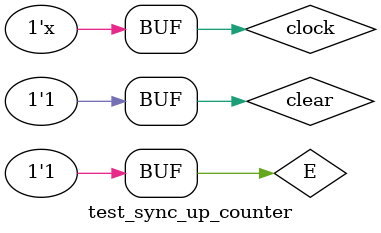
<source format=v>
`timescale 1ns / 1ps


module test_sync_up_counter();
    reg     E, clock, clear;
    wire    [3:0]   Q;
    
    sync_up_counter dut (.E(E), .CLK(clock), .CLR(clear), .Q(Q));    
    
    initial begin
        clock = 0; clear = 0; E = 1; #20;
        clear = 1; #20;
    end
    
    always begin
        clock = ~clock; #20;
    end
endmodule

</source>
